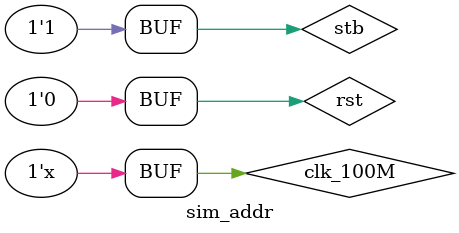
<source format=v>
`timescale 1ns/10ps

module sim_addr;

  // Registers and nets
  reg  clk_100M;
  reg  rst;
  reg  stb;
  wire clk_921600;
  wire trx_;
  wire rst2;
  wire ack;

  // Module instantiation
  clk_uart clk0 (
    .clk_100M   (clk_100M),
    .rst        (rst),
    .clk_921600 (clk_921600),
    .rst2       (rst2)
  );

  send_addr ser0 (
    .trx_     (trx_),
    .wb_clk_i (clk_921600),
    .wb_rst_i (rst2),
    .wb_dat_i (20'h4fb31),
    .wb_we_i  (1'b1),
    .wb_stb_i (stb),
    .wb_cyc_i (1'b1),
    .wb_ack_o (ack)
  );

  // Behaviour
  initial
    begin
           stb      <= 1'b1;
           clk_100M <= 1'b0;
           rst      <= 1'b1;
      #400 rst      <= 1'b0;
      #33635 stb    <= 1'b0;
      #10000 stb    <= 1'b1;
    end

  // clk_50M
  always #5 clk_100M <= !clk_100M;
endmodule

</source>
